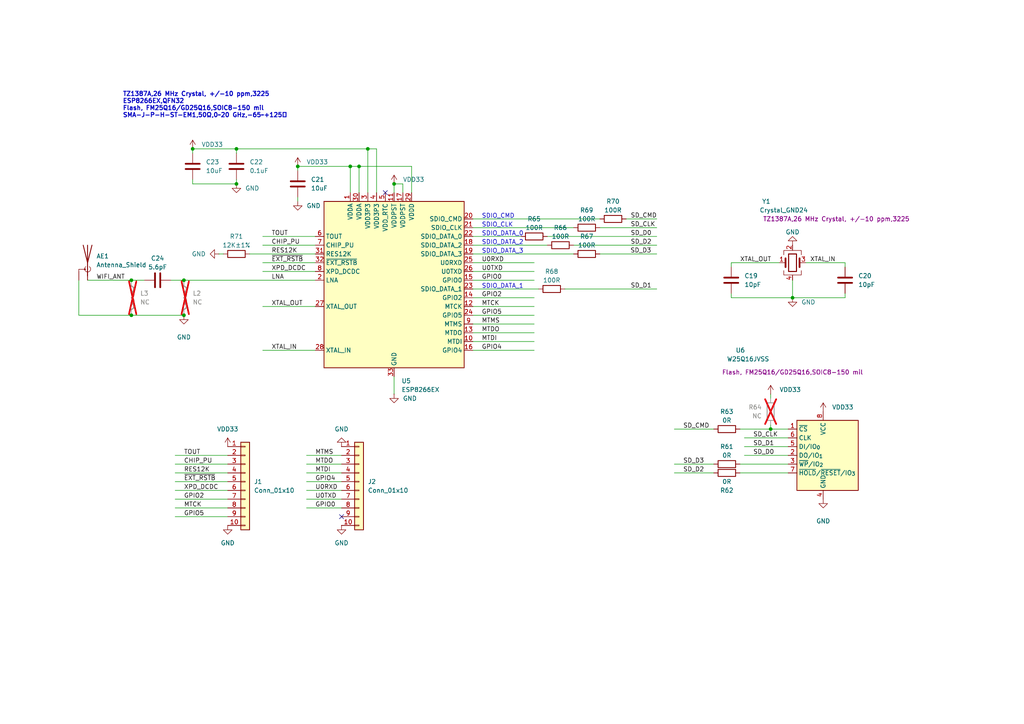
<source format=kicad_sch>
(kicad_sch (version 20250114) (generator "eeschema") (generator_version "9.0")
  (paper "A4")
  (lib_symbols
    (symbol "Connector_Generic:Conn_01x10" (pin_names (offset 1.016) (hide yes))
      (property "Reference" "J" (at 0 12.7 0))
      (property "Value" "Conn_01x10" (at 0 -15.24 0))
      (symbol "Conn_01x10_1_1"
        (rectangle (start -1.27 11.43) (end 1.27 -13.97) (stroke (width 0.254)) (fill (type background)))
        (rectangle (start -1.27 10.287) (end 0 10.033) (stroke (width 0.1524)))
        (rectangle (start -1.27 7.747) (end 0 7.493) (stroke (width 0.1524)))
        (rectangle (start -1.27 5.207) (end 0 4.953) (stroke (width 0.1524)))
        (rectangle (start -1.27 2.667) (end 0 2.413) (stroke (width 0.1524)))
        (rectangle (start -1.27 0.127) (end 0 -0.127) (stroke (width 0.1524)))
        (rectangle (start -1.27 -2.413) (end 0 -2.667) (stroke (width 0.1524)))
        (rectangle (start -1.27 -4.953) (end 0 -5.207) (stroke (width 0.1524)))
        (rectangle (start -1.27 -7.493) (end 0 -7.747) (stroke (width 0.1524)))
        (rectangle (start -1.27 -10.033) (end 0 -10.287) (stroke (width 0.1524)))
        (rectangle (start -1.27 -12.573) (end 0 -12.827) (stroke (width 0.1524)))
        (pin passive line (at -5.08 10.16 0) (length 3.81) (name "Pin_1") (number "1"))
        (pin passive line (at -5.08 7.62 0) (length 3.81) (name "Pin_2") (number "2"))
        (pin passive line (at -5.08 5.08 0) (length 3.81) (name "Pin_3") (number "3"))
        (pin passive line (at -5.08 2.54 0) (length 3.81) (name "Pin_4") (number "4"))
        (pin passive line (at -5.08 0 0) (length 3.81) (name "Pin_5") (number "5"))
        (pin passive line (at -5.08 -2.54 0) (length 3.81) (name "Pin_6") (number "6"))
        (pin passive line (at -5.08 -5.08 0) (length 3.81) (name "Pin_7") (number "7"))
        (pin passive line (at -5.08 -7.62 0) (length 3.81) (name "Pin_8") (number "8"))
        (pin passive line (at -5.08 -10.16 0) (length 3.81) (name "Pin_9") (number "9"))
        (pin passive line (at -5.08 -12.7 0) (length 3.81) (name "Pin_10") (number "10"))
      )
    )
    (symbol "Device:Antenna_Shield" (pin_numbers (hide yes)) (pin_names (offset 1.016) (hide yes))
      (property "Reference" "AE" (at -1.905 4.445 0))
      (property "Value" "Antenna_Shield" (at -1.905 2.54 0))
      (symbol "Antenna_Shield_0_1"
        (arc (start 0 -2.667) (mid -0.8485 -2.1032) (end -0.508 -1.143))
        (polyline (pts (xy 0 5.08) (xy 0 -3.81)) (stroke (width 0.254)))
        (polyline (pts (xy 0 -2.54) (xy 0 0)))
        (arc (start 0.508 -1.143) (mid 0.8046 -2.0885) (end 0 -2.667))
        (polyline (pts (xy 0.762 -1.905) (xy 2.54 -1.905)))
        (circle (center 0.762 -1.905) (radius 0.1778) (fill (type outline)))
        (polyline (pts (xy 1.27 5.08) (xy 0 0) (xy -1.27 5.08)) (stroke (width 0.254)))
        (polyline (pts (xy 2.54 -2.54) (xy 2.54 -1.905)))
      )
      (symbol "Antenna_Shield_1_1"
        (pin input line (at 0 -5.08 90) (length 2.54) (name "A") (number "1"))
        (pin input line (at 2.54 -5.08 90) (length 2.54) (name "Shield") (number "2"))
      )
    )
    (symbol "Device:Crystal_GND24" (pin_names (offset 1.016) (hide yes))
      (property "Reference" "Y" (at 3.175 5.08 0))
      (property "Value" "Crystal_GND24" (at 3.175 3.175 0))
      (symbol "Crystal_GND24_0_1"
        (polyline (pts (xy -2.54 2.286) (xy -2.54 3.556) (xy 2.54 3.556) (xy 2.54 2.286)))
        (polyline (pts (xy -2.54 0) (xy -2.032 0)))
        (polyline (pts (xy -2.54 -2.286) (xy -2.54 -3.556) (xy 2.54 -3.556) (xy 2.54 -2.286)))
        (polyline (pts (xy -2.032 -1.27) (xy -2.032 1.27)) (stroke (width 0.508)))
        (rectangle (start -1.143 2.54) (end 1.143 -2.54) (stroke (width 0.3048)))
        (polyline (pts (xy 0 3.556) (xy 0 3.81)))
        (polyline (pts (xy 0 -3.81) (xy 0 -3.556)))
        (polyline (pts (xy 2.032 0) (xy 2.54 0)))
        (polyline (pts (xy 2.032 -1.27) (xy 2.032 1.27)) (stroke (width 0.508)))
      )
      (symbol "Crystal_GND24_1_1"
        (pin passive line (at -3.81 0 0) (length 1.27) (name "1") (number "1"))
        (pin passive line (at 0 5.08 270) (length 1.27) (name "2") (number "2"))
        (pin passive line (at 0 -5.08 90) (length 1.27) (name "4") (number "4"))
        (pin passive line (at 3.81 0 180) (length 1.27) (name "3") (number "3"))
      )
    )
    (symbol "MCU_Espressif:ESP8266EX"
      (property "Reference" "U" (at 0 2.54 0))
      (property "Value" "ESP8266EX" (at 0 -2.54 0))
      (symbol "ESP8266EX_0_1"
        (rectangle (start -20.32 22.86) (end 20.32 -25.4) (stroke (width 0.254)) (fill (type background)))
      )
      (symbol "ESP8266EX_1_1"
        (pin input line (at -22.86 12.7 0) (length 2.54) (name "TOUT") (number "6"))
        (pin input line (at -22.86 10.16 0) (length 2.54) (name "CHIP_PU") (number "7"))
        (pin input line (at -22.86 7.62 0) (length 2.54) (name "RES12K") (number "31"))
        (pin input line (at -22.86 5.08 0) (length 2.54) (name "~{EXT_RSTB}") (number "32"))
        (pin bidirectional line (at -22.86 2.54 0) (length 2.54) (name "XPD_DCDC") (number "8"))
        (pin bidirectional line (at -22.86 0 0) (length 2.54) (name "LNA") (number "2"))
        (pin bidirectional line (at -22.86 -7.62 0) (length 2.54) (name "XTAL_OUT") (number "27"))
        (pin bidirectional line (at -22.86 -20.32 0) (length 2.54) (name "XTAL_IN") (number "28"))
        (pin power_in line (at -12.7 25.4 270) (length 2.54) (name "VDDA") (number "1"))
        (pin power_in line (at -10.16 25.4 270) (length 2.54) (name "VDDA") (number "30"))
        (pin power_in line (at -7.62 25.4 270) (length 2.54) (name "VDD3P3") (number "3"))
        (pin power_in line (at -5.08 25.4 270) (length 2.54) (name "VDD3P3") (number "4"))
        (pin power_in line (at -2.54 25.4 270) (length 2.54) (name "VDD_RTC") (number "5"))
        (pin power_in line (at 0 25.4 270) (length 2.54) (name "VDDPST") (number "11"))
        (pin power_in line (at 0 -27.94 90) (length 2.54) (name "GND") (number "33"))
        (pin power_in line (at 2.54 25.4 270) (length 2.54) (name "VDDPST") (number "17"))
        (pin power_in line (at 5.08 25.4 270) (length 2.54) (name "VDDD") (number "29"))
        (pin bidirectional line (at 22.86 17.78 180) (length 2.54) (name "SDIO_CMD") (number "20"))
        (pin bidirectional line (at 22.86 15.24 180) (length 2.54) (name "SDIO_CLK") (number "21"))
        (pin bidirectional line (at 22.86 12.7 180) (length 2.54) (name "SDIO_DATA_0") (number "22"))
        (pin bidirectional line (at 22.86 10.16 180) (length 2.54) (name "SDIO_DATA_2") (number "18"))
        (pin bidirectional line (at 22.86 7.62 180) (length 2.54) (name "SDIO_DATA_3") (number "19"))
        (pin bidirectional line (at 22.86 5.08 180) (length 2.54) (name "U0RXD") (number "25"))
        (pin bidirectional line (at 22.86 2.54 180) (length 2.54) (name "U0TXD") (number "26"))
        (pin bidirectional line (at 22.86 0 180) (length 2.54) (name "GPIO0") (number "15"))
        (pin bidirectional line (at 22.86 -2.54 180) (length 2.54) (name "SDIO_DATA_1") (number "23"))
        (pin bidirectional line (at 22.86 -5.08 180) (length 2.54) (name "GPIO2") (number "14"))
        (pin bidirectional line (at 22.86 -7.62 180) (length 2.54) (name "MTCK") (number "12"))
        (pin bidirectional line (at 22.86 -10.16 180) (length 2.54) (name "GPIO5") (number "24"))
        (pin bidirectional line (at 22.86 -12.7 180) (length 2.54) (name "MTMS") (number "9"))
        (pin bidirectional line (at 22.86 -15.24 180) (length 2.54) (name "MTDO") (number "13"))
        (pin bidirectional line (at 22.86 -17.78 180) (length 2.54) (name "MTDI") (number "10"))
        (pin bidirectional line (at 22.86 -20.32 180) (length 2.54) (name "GPIO4") (number "16"))
      )
    )
    (symbol "Memory_Flash:W25Q16JVSS"
      (property "Reference" "U" (at -6.35 11.43 0))
      (property "Value" "W25Q16JVSS" (at 7.62 11.43 0))
      (symbol "W25Q16JVSS_0_1"
        (rectangle (start -7.62 10.16) (end 10.16 -10.16) (stroke (width 0.254)) (fill (type background)))
      )
      (symbol "W25Q16JVSS_1_1"
        (pin input line (at -10.16 7.62 0) (length 2.54) (name "~{CS}") (number "1"))
        (pin input line (at -10.16 5.08 0) (length 2.54) (name "CLK") (number "6"))
        (pin bidirectional line (at -10.16 2.54 0) (length 2.54) (name "DI/IO_{0}") (number "5"))
        (pin bidirectional line (at -10.16 0 0) (length 2.54) (name "DO/IO_{1}") (number "2"))
        (pin bidirectional line (at -10.16 -2.54 0) (length 2.54) (name "~{WP}/IO_{2}") (number "3"))
        (pin bidirectional line (at -10.16 -5.08 0) (length 2.54) (name "~{HOLD}/~{RESET}/IO_{3}") (number "7"))
        (pin power_in line (at 0 12.7 270) (length 2.54) (name "VCC") (number "8"))
        (pin power_in line (at 0 -12.7 90) (length 2.54) (name "GND") (number "4"))
      )
    )
    (symbol "PCM_Capacitor_AKL:C_1206" (pin_numbers (hide yes)) (pin_names (offset 0.254))
      (property "Reference" "C" (at 0.635 2.54 0))
      (property "Value" "C_1206" (at 0.635 -2.54 0))
      (symbol "C_1206_0_1"
        (polyline (pts (xy -2.032 0.762) (xy 2.032 0.762)) (stroke (width 0.508)))
        (polyline (pts (xy -2.032 -0.762) (xy 2.032 -0.762)) (stroke (width 0.508)))
      )
      (symbol "C_1206_0_2"
        (polyline (pts (xy -2.54 -2.54) (xy -0.381 -0.381)))
        (polyline (pts (xy -0.508 -0.508) (xy -1.651 0.635)) (stroke (width 0.508)))
        (polyline (pts (xy -0.508 -0.508) (xy 0.635 -1.651)) (stroke (width 0.508)))
        (polyline (pts (xy 0.381 0.381) (xy 2.54 2.54)))
        (polyline (pts (xy 0.508 0.508) (xy -0.635 1.651)) (stroke (width 0.508)))
        (polyline (pts (xy 0.508 0.508) (xy 1.651 -0.635)) (stroke (width 0.508)))
      )
      (symbol "C_1206_1_1"
        (pin passive line (at 0 3.81 270) (length 2.794) (name "~") (number "1"))
        (pin passive line (at 0 -3.81 90) (length 2.794) (name "~") (number "2"))
      )
      (symbol "C_1206_1_2"
        (pin passive line (at -2.54 -2.54 90) (length 0) (name "~") (number "2"))
        (pin passive line (at 2.54 2.54 270) (length 0) (name "~") (number "1"))
      )
    )
    (symbol "PCM_Elektuur:L" (pin_numbers (hide yes)) (pin_names (offset 0) (hide yes))
      (property "Reference" "L" (at 2.54 3.175 0))
      (property "Value" "L" (at 2.54 -3.175 0))
      (symbol "L_1_0"
        (arc (start 0 3.302) (mid 0.6604 2.5146) (end 0 1.7272) (stroke (width 0.254)))
        (arc (start 0 1.6256) (mid 0.6604 0.8382) (end 0 0.0508) (stroke (width 0.254)))
        (arc (start 0 -0.0508) (mid 0.6604 -0.8382) (end 0 -1.6256) (stroke (width 0.254)))
        (arc (start 0 -1.7272) (mid 0.6604 -2.5146) (end 0 -3.302) (stroke (width 0.254)))
        (arc (start 0 3.4036) (mid 0.762 2.5146) (end 0 1.6256) (stroke (width 0.254)))
        (arc (start 0 1.7272) (mid 0.762 0.8382) (end 0 -0.0508) (stroke (width 0.254)))
        (arc (start 0 0.0508) (mid 0.762 -0.8382) (end 0 -1.7272) (stroke (width 0.254)))
        (arc (start 0 -1.6256) (mid 0.762 -2.5146) (end 0 -3.4036) (stroke (width 0.254)))
        (polyline (pts (xy 0 3.5052) (xy 0 3.302)) (stroke (width 0.254)))
        (polyline (pts (xy 0 1.7272) (xy 0 1.6256)) (stroke (width 0.254)))
        (polyline (pts (xy 0 0.0508) (xy 0 -0.0508)) (stroke (width 0.254)))
        (polyline (pts (xy 0 -1.6256) (xy 0 -1.7272)) (stroke (width 0.254)))
        (polyline (pts (xy 0 -3.302) (xy 0 -3.5052)) (stroke (width 0.254)))
        (pin passive line (at 0 5.08 270) (length 1.5748) (name "+") (number "1"))
        (pin passive line (at 0 -5.08 90) (length 1.5748) (name "-") (number "2"))
      )
      (symbol "L_1_2"
        (rectangle (start 1.524 3.3782) (end 1.9812 -3.3782) (stroke (width 0.254)) (fill (type outline)))
      )
      (symbol "L_1_3"
        (rectangle (start 1.524 3.0988) (end 1.9812 1.9304) (stroke (width 0.254)) (fill (type outline)))
        (rectangle (start 1.524 1.4224) (end 1.9812 0.254) (stroke (width 0.254)) (fill (type outline)))
        (rectangle (start 1.524 -0.254) (end 1.9812 -1.4224) (stroke (width 0.254)) (fill (type outline)))
        (rectangle (start 1.524 -1.9304) (end 1.9812 -3.0988) (stroke (width 0.254)) (fill (type outline)))
      )
    )
    (symbol "PCM_Resistor_AKL:R_1206" (pin_numbers (hide yes)) (pin_names (offset 0))
      (property "Reference" "R" (at 2.54 1.27 0))
      (property "Value" "R_1206" (at 2.54 -1.27 0))
      (symbol "R_1206_0_1"
        (rectangle (start -1.016 2.54) (end 1.016 -2.54) (stroke (width 0.254)))
      )
      (symbol "R_1206_0_2"
        (polyline (pts (xy -2.54 -2.54) (xy -1.524 -1.524)))
        (polyline (pts (xy 1.524 1.524) (xy 2.54 2.54)))
        (polyline (pts (xy 1.524 1.524) (xy 0.889 2.159) (xy -2.159 -0.889) (xy -0.889 -2.159) (xy 2.159 0.889) (xy 1.524 1.524)) (stroke (width 0.254)))
      )
      (symbol "R_1206_1_1"
        (pin passive line (at 0 3.81 270) (length 1.27) (name "~") (number "1"))
        (pin passive line (at 0 -3.81 90) (length 1.27) (name "~") (number "2"))
      )
      (symbol "R_1206_1_2"
        (pin passive line (at -2.54 -2.54 0) (length 0) (name "") (number "2"))
        (pin passive line (at 2.54 2.54 180) (length 0) (name "") (number "1"))
      )
    )
    (symbol "power:+5V" (power) (pin_numbers (hide yes)) (pin_names (offset 0) (hide yes))
      (property "Value" "+5V" (at 0 3.556 0))
      (symbol "+5V_0_1"
        (polyline (pts (xy -0.762 1.27) (xy 0 2.54)))
        (polyline (pts (xy 0 2.54) (xy 0.762 1.27)))
        (polyline (pts (xy 0 0) (xy 0 2.54)))
      )
      (symbol "+5V_1_1"
        (pin power_in line (at 0 0 90) (length 0) (name "~") (number "1"))
      )
    )
    (symbol "power:GND" (power) (pin_numbers (hide yes)) (pin_names (offset 0) (hide yes))
      (property "Value" "GND" (at 0 -3.81 0))
      (symbol "GND_0_1"
        (polyline (pts (xy 0 0) (xy 0 -1.27) (xy 1.27 -1.27) (xy 0 -2.54) (xy -1.27 -1.27) (xy 0 -1.27)))
      )
      (symbol "GND_1_1"
        (pin power_in line (at 0 0 270) (length 0) (name "~") (number "1"))
      )
    )
  )
  (text "SDIO_DATA_2" (at 139.7 71.12 0) (effects (font (size 1.27 1.27)) (justify left bottom)))
  (text "SDIO_CLK" (at 139.7 66.04 0) (effects (font (size 1.27 1.27)) (justify left bottom)))
  (text "SDIO_CMD" (at 139.7 63.5 0) (effects (font (size 1.27 1.27)) (justify left bottom)))
  (text "SDIO_DATA_1" (at 139.7 83.82 0) (effects (font (size 1.27 1.27)) (justify left bottom)))
  (text "SDIO_DATA_0" (at 139.7 68.58 0) (effects (font (size 1.27 1.27)) (justify left bottom)))
  (text "TZ1387A,26 MHz Crystal, +/-10 ppm,3225\nESP8266EX,QFN32\nFlash, FM25Q16/GD25Q16,SOIC8-150 mil\nSMA-J-P-H-ST-EM1,50Ω,0~20 GHz,-65~+125℃\n" (at 35.56 30.48 0) (effects (font (size 1.27 1.27) (thickness 0.254) (bold yes)) (justify left)))
  (text "SDIO_DATA_3" (at 139.7 73.66 0) (effects (font (size 1.27 1.27)) (justify left bottom)))
  (junction (at 223.52 124.46))
  (junction (at 86.36 48.26))
  (junction (at 53.34 91.44))
  (junction (at 55.88 43.18))
  (junction (at 101.6 48.26))
  (junction (at 229.87 86.36))
  (junction (at 104.14 48.26))
  (junction (at 38.1 91.44))
  (junction (at 106.68 43.18))
  (junction (at 38.1 81.28))
  (junction (at 53.34 81.28))
  (junction (at 68.58 43.18))
  (junction (at 114.3 53.34))
  (junction (at 68.58 53.34))
  (no_connect (at 99.06 149.86))
  (no_connect (at 111.76 55.88))
  (wire (pts (xy 137.16 73.66) (xy 166.37 73.66)))
  (wire (pts (xy 137.16 68.58) (xy 151.13 68.58)))
  (wire (pts (xy 212.09 76.2) (xy 212.09 77.47)))
  (wire (pts (xy 137.16 66.04) (xy 166.37 66.04)))
  (wire (pts (xy 223.52 114.3) (xy 223.52 115.57)))
  (wire (pts (xy 154.94 93.98) (xy 137.16 93.98)))
  (wire (pts (xy 88.9 134.62) (xy 99.06 134.62)))
  (wire (pts (xy 109.22 43.18) (xy 106.68 43.18)))
  (wire (pts (xy 76.2 101.6) (xy 91.44 101.6)))
  (wire (pts (xy 116.84 55.88) (xy 116.84 53.34)))
  (wire (pts (xy 181.61 63.5) (xy 190.5 63.5)))
  (wire (pts (xy 101.6 48.26) (xy 86.36 48.26)))
  (wire (pts (xy 154.94 88.9) (xy 137.16 88.9)))
  (wire (pts (xy 63.5 73.66) (xy 64.77 73.66)))
  (wire (pts (xy 154.94 96.52) (xy 137.16 96.52)))
  (wire (pts (xy 22.86 81.28) (xy 22.86 91.44)))
  (wire (pts (xy 50.8 147.32) (xy 66.04 147.32)))
  (wire (pts (xy 104.14 48.26) (xy 101.6 48.26)))
  (wire (pts (xy 195.58 124.46) (xy 207.01 124.46)))
  (wire (pts (xy 76.2 76.2) (xy 91.44 76.2)))
  (wire (pts (xy 22.86 91.44) (xy 38.1 91.44)))
  (wire (pts (xy 88.9 142.24) (xy 99.06 142.24)))
  (wire (pts (xy 25.4 81.28) (xy 38.1 81.28)))
  (wire (pts (xy 154.94 81.28) (xy 137.16 81.28)))
  (wire (pts (xy 245.11 76.2) (xy 245.11 77.47)))
  (wire (pts (xy 154.94 78.74) (xy 137.16 78.74)))
  (wire (pts (xy 76.2 71.12) (xy 91.44 71.12)))
  (wire (pts (xy 88.9 139.7) (xy 99.06 139.7)))
  (wire (pts (xy 137.16 63.5) (xy 173.99 63.5)))
  (wire (pts (xy 88.9 147.32) (xy 99.06 147.32)))
  (wire (pts (xy 76.2 88.9) (xy 91.44 88.9)))
  (wire (pts (xy 50.8 139.7) (xy 66.04 139.7)))
  (wire (pts (xy 229.87 86.36) (xy 212.09 86.36)))
  (wire (pts (xy 245.11 85.09) (xy 245.11 86.36)))
  (wire (pts (xy 173.99 73.66) (xy 190.5 73.66)))
  (wire (pts (xy 137.16 71.12) (xy 158.75 71.12)))
  (wire (pts (xy 154.94 101.6) (xy 137.16 101.6)))
  (wire (pts (xy 101.6 48.26) (xy 101.6 55.88)))
  (wire (pts (xy 88.9 132.08) (xy 99.06 132.08)))
  (wire (pts (xy 245.11 86.36) (xy 229.87 86.36)))
  (wire (pts (xy 137.16 83.82) (xy 156.21 83.82)))
  (wire (pts (xy 158.75 68.58) (xy 190.5 68.58)))
  (wire (pts (xy 195.58 137.16) (xy 207.01 137.16)))
  (wire (pts (xy 166.37 71.12) (xy 190.5 71.12)))
  (wire (pts (xy 55.88 53.34) (xy 68.58 53.34)))
  (wire (pts (xy 50.8 132.08) (xy 66.04 132.08)))
  (wire (pts (xy 223.52 124.46) (xy 228.6 124.46)))
  (wire (pts (xy 154.94 86.36) (xy 137.16 86.36)))
  (wire (pts (xy 88.9 144.78) (xy 99.06 144.78)))
  (wire (pts (xy 114.3 114.3) (xy 114.3 109.22)))
  (wire (pts (xy 72.39 73.66) (xy 91.44 73.66)))
  (wire (pts (xy 214.63 137.16) (xy 228.6 137.16)))
  (wire (pts (xy 68.58 43.18) (xy 106.68 43.18)))
  (wire (pts (xy 55.88 43.18) (xy 68.58 43.18)))
  (wire (pts (xy 154.94 91.44) (xy 137.16 91.44)))
  (wire (pts (xy 68.58 43.18) (xy 68.58 44.45)))
  (wire (pts (xy 119.38 48.26) (xy 104.14 48.26)))
  (wire (pts (xy 38.1 91.44) (xy 53.34 91.44)))
  (wire (pts (xy 119.38 55.88) (xy 119.38 48.26)))
  (wire (pts (xy 214.63 124.46) (xy 223.52 124.46)))
  (wire (pts (xy 50.8 142.24) (xy 66.04 142.24)))
  (wire (pts (xy 55.88 43.18) (xy 55.88 44.45)))
  (wire (pts (xy 109.22 55.88) (xy 109.22 43.18)))
  (wire (pts (xy 38.1 81.28) (xy 41.91 81.28)))
  (wire (pts (xy 50.8 149.86) (xy 66.04 149.86)))
  (wire (pts (xy 195.58 134.62) (xy 207.01 134.62)))
  (wire (pts (xy 223.52 123.19) (xy 223.52 124.46)))
  (wire (pts (xy 76.2 78.74) (xy 91.44 78.74)))
  (wire (pts (xy 154.94 99.06) (xy 137.16 99.06)))
  (wire (pts (xy 215.9 127) (xy 228.6 127)))
  (wire (pts (xy 229.87 86.36) (xy 229.87 81.28)))
  (wire (pts (xy 86.36 48.26) (xy 86.36 49.53)))
  (wire (pts (xy 50.8 134.62) (xy 66.04 134.62)))
  (wire (pts (xy 163.83 83.82) (xy 190.5 83.82)))
  (wire (pts (xy 214.63 134.62) (xy 228.6 134.62)))
  (wire (pts (xy 173.99 66.04) (xy 190.5 66.04)))
  (wire (pts (xy 104.14 55.88) (xy 104.14 48.26)))
  (wire (pts (xy 53.34 81.28) (xy 91.44 81.28)))
  (wire (pts (xy 116.84 53.34) (xy 114.3 53.34)))
  (wire (pts (xy 50.8 137.16) (xy 66.04 137.16)))
  (wire (pts (xy 55.88 52.07) (xy 55.88 53.34)))
  (wire (pts (xy 106.68 55.88) (xy 106.68 43.18)))
  (wire (pts (xy 215.9 129.54) (xy 228.6 129.54)))
  (wire (pts (xy 154.94 76.2) (xy 137.16 76.2)))
  (wire (pts (xy 86.36 57.15) (xy 86.36 58.42)))
  (wire (pts (xy 76.2 68.58) (xy 91.44 68.58)))
  (wire (pts (xy 233.68 76.2) (xy 245.11 76.2)))
  (wire (pts (xy 49.53 81.28) (xy 53.34 81.28)))
  (wire (pts (xy 88.9 137.16) (xy 99.06 137.16)))
  (wire (pts (xy 215.9 132.08) (xy 228.6 132.08)))
  (wire (pts (xy 212.09 85.09) (xy 212.09 86.36)))
  (wire (pts (xy 114.3 53.34) (xy 114.3 55.88)))
  (wire (pts (xy 50.8 144.78) (xy 66.04 144.78)))
  (wire (pts (xy 212.09 76.2) (xy 226.06 76.2)))
  (wire (pts (xy 68.58 52.07) (xy 68.58 53.34)))
  (label "SD_D0" (at 182.88 68.58 0))
  (label "MTMS" (at 139.7 93.98 0))
  (label "GPIO0" (at 139.7 81.28 0))
  (label "U0TXD" (at 91.44 144.78 0))
  (label "MTDI" (at 139.7 99.06 0))
  (label "SD_CLK" (at 182.88 66.04 0))
  (label "GPIO5" (at 53.34 149.86 0))
  (label "GPIO5" (at 139.7 91.44 0))
  (label "U0RXD" (at 139.7 76.2 0))
  (label "RES12K" (at 53.34 137.16 0))
  (label "GPIO0" (at 91.44 147.32 0))
  (label "MTMS" (at 91.44 132.08 0))
  (label "MTCK" (at 139.7 88.9 0))
  (label "SD_D0" (at 218.44 132.08 0))
  (label "SD_D3" (at 198.12 134.62 0))
  (label "SD_CMD" (at 182.88 63.5 0))
  (label "CHIP_PU" (at 53.34 134.62 0))
  (label "MTDO" (at 139.7 96.52 0))
  (label "GPIO2" (at 53.34 144.78 0))
  (label "~{EXT_RSTB}" (at 53.34 139.7 0))
  (label "SD_D2" (at 182.88 71.12 0))
  (label "RES12K" (at 78.74 73.66 0))
  (label "SD_D1" (at 218.44 129.54 0))
  (label "GPIO4" (at 139.7 101.6 0))
  (label "SD_D2" (at 198.12 137.16 0))
  (label "XPD_DCDC" (at 78.74 78.74 0))
  (label "SD_D1" (at 182.88 83.82 0))
  (label "XTAL_OUT" (at 214.63 76.2 0))
  (label "MTCK" (at 53.34 147.32 0))
  (label "~{EXT_RSTB}" (at 78.74 76.2 0))
  (label "XPD_DCDC" (at 53.34 142.24 0))
  (label "SD_D3" (at 182.8121 73.66 0))
  (label "GPIO2" (at 139.7 86.36 0))
  (label "U0RXD" (at 91.44 142.24 0))
  (label "WIFI_ANT" (at 27.94 81.28 0))
  (label "TOUT" (at 78.74 68.58 0))
  (label "GPIO4" (at 91.44 139.7 0))
  (label "MTDO" (at 91.44 134.62 0))
  (label "MTDI" (at 91.44 137.16 0))
  (label "CHIP_PU" (at 78.74 71.12 0))
  (label "U0TXD" (at 139.7 78.74 0))
  (label "XTAL_OUT" (at 78.74 88.9 0))
  (label "SD_CLK" (at 218.44 127 0))
  (label "XTAL_IN" (at 234.95 76.2 0))
  (label "LNA" (at 78.74 81.28 0))
  (label "TOUT" (at 53.34 132.08 0))
  (label "XTAL_IN" (at 78.74 101.6 0))
  (label "SD_CMD" (at 198.12 124.46 0))
  (symbol (lib_id "power:+5V") (at 86.36 48.26 0) (unit 1)
    (property "Reference" "#PWR077" (effects (hide yes)))
    (property "Value" "VDD33" (at 88.9 46.9899 0) (effects (justify left)))
    (property "Description" "Power symbol creates a global label with name \"+5V\"" (effects (hide yes)))
  )
  (symbol (lib_id "PCM_Capacitor_AKL:C_1206") (at 86.36 53.34 0) (unit 1)
    (property "Reference" "C21" (at 90.17 52.0699 0) (effects (justify left)))
    (property "Value" "10uF" (at 90.17 54.6099 0) (effects (justify left)))
    (property "Footprint" "PCM_Capacitor_SMD_AKL:C_1206_3216Metric" (effects (hide yes)))
    (property "Description" "SMD 1206 MLCC capacitor, Alternate KiCad Library" (effects (hide yes)))
  )
  (symbol (lib_id "PCM_Resistor_AKL:R_1206") (at 154.94 68.58 270) (mirror x) (unit 1)
    (property "Reference" "R65" (at 154.94 63.5 90))
    (property "Value" "100R" (at 154.94 66.04 90))
    (property "Footprint" "PCM_Resistor_SMD_AKL:R_1206_3216Metric" (effects (hide yes)))
    (property "Description" "SMD 1206 Chip Resistor, European Symbol, Alternate KiCad Library" (effects (hide yes)))
  )
  (symbol (lib_id "PCM_Resistor_AKL:R_1206") (at 162.56 71.12 270) (mirror x) (unit 1)
    (property "Reference" "R66" (at 162.56 66.04 90))
    (property "Value" "100R" (at 162.56 68.58 90))
    (property "Footprint" "PCM_Resistor_SMD_AKL:R_1206_3216Metric" (effects (hide yes)))
    (property "Description" "SMD 1206 Chip Resistor, European Symbol, Alternate KiCad Library" (effects (hide yes)))
  )
  (symbol (lib_id "PCM_Resistor_AKL:R_1206") (at 170.18 73.66 270) (mirror x) (unit 1)
    (property "Reference" "R67" (at 170.18 68.58 90))
    (property "Value" "100R" (at 170.18 71.12 90))
    (property "Footprint" "PCM_Resistor_SMD_AKL:R_1206_3216Metric" (effects (hide yes)))
    (property "Description" "SMD 1206 Chip Resistor, European Symbol, Alternate KiCad Library" (effects (hide yes)))
  )
  (symbol (lib_id "Device:Antenna_Shield") (at 25.4 76.2 0) (mirror y) (unit 1)
    (property "Reference" "AE1" (at 27.94 74.2949 0) (effects (justify right)))
    (property "Value" "Antenna_Shield" (at 27.94 76.8349 0) (effects (justify right)))
    (property "Description" "Antenna with extra pin for shielding" (effects (hide yes)))
  )
  (symbol (lib_id "MCU_Espressif:ESP8266EX") (at 114.3 81.28 0) (unit 1)
    (property "Reference" "U5" (at 116.4433 110.49 0) (effects (justify left)))
    (property "Value" "ESP8266EX" (at 116.4433 113.03 0) (effects (justify left)))
    (property "Footprint" "Package_DFN_QFN:QFN-32-1EP_5x5mm_P0.5mm_EP3.45x3.45mm" (effects (hide yes)))
    (property "Datasheet" "http://espressif.com/sites/default/files/documentation/0a-esp8266ex_datasheet_en.pdf" (effects (hide yes)))
    (property "Description" "Highly integrated Wi-Fi SoC, QFN-32" (effects (hide yes)))
  )
  (symbol (lib_id "power:GND") (at 238.76 144.78 0) (unit 1)
    (property "Reference" "#PWR070" (effects (hide yes)))
    (property "Value" "GND" (at 238.76 151.13 0))
    (property "Description" "Power symbol creates a global label with name \"GND\" , ground" (effects (hide yes)))
  )
  (symbol (lib_id "power:+5V") (at 66.04 129.54 0) (unit 1)
    (property "Reference" "#PWR080" (effects (hide yes)))
    (property "Value" "VDD33" (at 66.04 124.46 0))
    (property "Description" "Power symbol creates a global label with name \"+5V\"" (effects (hide yes)))
  )
  (symbol (lib_id "power:GND") (at 63.5 73.66 270) (unit 1)
    (property "Reference" "#PWR073" (effects (hide yes)))
    (property "Value" "GND" (at 59.69 73.6599 90) (effects (justify right)))
    (property "Description" "Power symbol creates a global label with name \"GND\" , ground" (effects (hide yes)))
  )
  (symbol (lib_id "Connector_Generic:Conn_01x10") (at 104.14 139.7 0) (unit 1)
    (property "Reference" "J2" (at 106.68 139.6999 0) (effects (justify left)))
    (property "Value" "Conn_01x10" (at 106.68 142.2399 0) (effects (justify left)))
    (property "Description" "Generic connector, single row, 01x10, script generated (kicad-library-utils/schlib/autogen/connector/)" (effects (hide yes)))
  )
  (symbol (lib_id "power:+5V") (at 55.88 43.18 0) (unit 1)
    (property "Reference" "#PWR076" (effects (hide yes)))
    (property "Value" "VDD33" (at 58.42 41.9099 0) (effects (justify left)))
    (property "Description" "Power symbol creates a global label with name \"+5V\"" (effects (hide yes)))
  )
  (symbol (lib_id "PCM_Capacitor_AKL:C_1206") (at 212.09 81.28 0) (unit 1)
    (property "Reference" "C19" (at 215.9 80.0099 0) (effects (justify left)))
    (property "Value" "10pF" (at 215.9 82.5499 0) (effects (justify left)))
    (property "Footprint" "PCM_Capacitor_SMD_AKL:C_1206_3216Metric" (effects (hide yes)))
    (property "Description" "SMD 1206 MLCC capacitor, Alternate KiCad Library" (effects (hide yes)))
  )
  (symbol (lib_id "Connector_Generic:Conn_01x10") (at 71.12 139.7 0) (unit 1)
    (property "Reference" "J1" (at 73.66 139.6999 0) (effects (justify left)))
    (property "Value" "Conn_01x10" (at 73.66 142.2399 0) (effects (justify left)))
    (property "Description" "Generic connector, single row, 01x10, script generated (kicad-library-utils/schlib/autogen/connector/)" (effects (hide yes)))
  )
  (symbol (lib_id "power:GND") (at 99.06 129.54 180) (unit 1)
    (property "Reference" "#PWR082" (effects (hide yes)))
    (property "Value" "GND" (at 99.06 124.46 0))
    (property "Description" "Power symbol creates a global label with name \"GND\" , ground" (effects (hide yes)))
  )
  (symbol (lib_id "PCM_Capacitor_AKL:C_1206") (at 55.88 48.26 0) (unit 1)
    (property "Reference" "C23" (at 59.69 46.9899 0) (effects (justify left)))
    (property "Value" "10uF" (at 59.69 49.5299 0) (effects (justify left)))
    (property "Footprint" "PCM_Capacitor_SMD_AKL:C_1206_3216Metric" (effects (hide yes)))
    (property "Description" "SMD 1206 MLCC capacitor, Alternate KiCad Library" (effects (hide yes)))
  )
  (symbol (lib_id "PCM_Resistor_AKL:R_1206") (at 223.52 119.38 0) (mirror x) (unit 1) (dnp yes)
    (property "Reference" "R64" (at 220.98 118.1099 0) (effects (justify right)))
    (property "Value" "NC" (at 220.98 120.6499 0) (effects (justify right)))
    (property "Footprint" "PCM_Resistor_SMD_AKL:R_1206_3216Metric" (effects (hide yes)))
    (property "Description" "SMD 1206 Chip Resistor, European Symbol, Alternate KiCad Library" (effects (hide yes)))
  )
  (symbol (lib_id "power:GND") (at 86.36 58.42 0) (unit 1)
    (property "Reference" "#PWR075" (effects (hide yes)))
    (property "Value" "GND" (at 88.9 59.6899 0) (effects (justify left)))
    (property "Description" "Power symbol creates a global label with name \"GND\" , ground" (effects (hide yes)))
  )
  (symbol (lib_id "PCM_Resistor_AKL:R_1206") (at 177.8 63.5 270) (mirror x) (unit 1)
    (property "Reference" "R70" (at 177.8 58.42 90))
    (property "Value" "100R" (at 177.8 60.96 90))
    (property "Footprint" "PCM_Resistor_SMD_AKL:R_1206_3216Metric" (effects (hide yes)))
    (property "Description" "SMD 1206 Chip Resistor, European Symbol, Alternate KiCad Library" (effects (hide yes)))
  )
  (symbol (lib_id "Device:Crystal_GND24") (at 229.87 76.2 0) (unit 1)
    (property "Reference" "Y1" (at 222.25 58.42 0))
    (property "Value" "Crystal_GND24" (at 227.33 60.96 0))
    (property "Description" "Four pin crystal, GND on pins 2 and 4" (effects (hide yes)))
    (property "MS" "TZ1387A,26 MHz Crystal, +/-10 ppm,3225" (at 242.57 63.5 0))
  )
  (symbol (lib_id "PCM_Resistor_AKL:R_1206") (at 68.58 73.66 270) (mirror x) (unit 1)
    (property "Reference" "R71" (at 68.58 68.58 90))
    (property "Value" "12K±1%" (at 68.58 71.12 90))
    (property "Footprint" "PCM_Resistor_SMD_AKL:R_1206_3216Metric" (effects (hide yes)))
    (property "Description" "SMD 1206 Chip Resistor, European Symbol, Alternate KiCad Library" (effects (hide yes)))
  )
  (symbol (lib_id "power:GND") (at 229.87 71.12 180) (unit 1)
    (property "Reference" "#PWR068" (effects (hide yes)))
    (property "Value" "GND" (at 229.87 67.31 0))
    (property "Description" "Power symbol creates a global label with name \"GND\" , ground" (effects (hide yes)))
  )
  (symbol (lib_id "power:GND") (at 66.04 152.4 0) (unit 1)
    (property "Reference" "#PWR081" (effects (hide yes)))
    (property "Value" "GND" (at 66.04 157.48 0))
    (property "Description" "Power symbol creates a global label with name \"GND\" , ground" (effects (hide yes)))
  )
  (symbol (lib_id "power:GND") (at 53.34 91.44 0) (unit 1)
    (property "Reference" "#PWR079" (effects (hide yes)))
    (property "Value" "GND" (at 53.34 97.79 0))
    (property "Description" "Power symbol creates a global label with name \"GND\" , ground" (effects (hide yes)))
  )
  (symbol (lib_id "Memory_Flash:W25Q16JVSS") (at 238.76 132.08 0) (unit 1)
    (property "Reference" "U6" (at 213.36 101.6 0) (effects (justify left)))
    (property "Value" "W25Q16JVSS" (at 210.82 104.14 0) (effects (justify left)))
    (property "Footprint" "Package_SO:SOIC-8_5.3x5.3mm_P1.27mm" (effects (hide yes)))
    (property "Datasheet" "https://www.winbond.com/hq/support/documentation/levelOne.jsp?__locale=en&DocNo=DA00-W25Q16JV.1" (effects (hide yes)))
    (property "Description" "16Mbit / 2MiB Serial Flash Memory, Standard/Dual/Quad SPI, 2.7-3.6V, SOIC-8 (208 mil)" (effects (hide yes)))
    (property "MS" "Flash, FM25Q16/GD25Q16,SOIC8-150 mil" (at 229.87 107.9501 0))
  )
  (symbol (lib_id "power:GND") (at 114.3 114.3 0) (unit 1)
    (property "Reference" "#PWR069" (effects (hide yes)))
    (property "Value" "GND" (at 116.84 115.5699 0) (effects (justify left)))
    (property "Description" "Power symbol creates a global label with name \"GND\" , ground" (effects (hide yes)))
  )
  (symbol (lib_id "PCM_Resistor_AKL:R_1206") (at 160.02 83.82 270) (mirror x) (unit 1)
    (property "Reference" "R68" (at 160.02 78.74 90))
    (property "Value" "100R" (at 160.02 81.28 90))
    (property "Footprint" "PCM_Resistor_SMD_AKL:R_1206_3216Metric" (effects (hide yes)))
    (property "Description" "SMD 1206 Chip Resistor, European Symbol, Alternate KiCad Library" (effects (hide yes)))
  )
  (symbol (lib_id "power:+5V") (at 223.52 114.3 0) (unit 1)
    (property "Reference" "#PWR072" (effects (hide yes)))
    (property "Value" "VDD33" (at 226.06 113.0299 0) (effects (justify left)))
    (property "Description" "Power symbol creates a global label with name \"+5V\"" (effects (hide yes)))
  )
  (symbol (lib_id "power:GND") (at 99.06 152.4 0) (unit 1)
    (property "Reference" "#PWR083" (effects (hide yes)))
    (property "Value" "GND" (at 99.06 157.48 0))
    (property "Description" "Power symbol creates a global label with name \"GND\" , ground" (effects (hide yes)))
  )
  (symbol (lib_id "PCM_Capacitor_AKL:C_1206") (at 68.58 48.26 0) (unit 1)
    (property "Reference" "C22" (at 72.39 46.9899 0) (effects (justify left)))
    (property "Value" "0.1uF" (at 72.39 49.5299 0) (effects (justify left)))
    (property "Footprint" "PCM_Capacitor_SMD_AKL:C_1206_3216Metric" (effects (hide yes)))
    (property "Description" "SMD 1206 MLCC capacitor, Alternate KiCad Library" (effects (hide yes)))
  )
  (symbol (lib_id "PCM_Elektuur:L") (at 53.34 86.36 0) (unit 1) (dnp yes)
    (property "Reference" "L2" (at 55.88 85.0899 0) (effects (justify left)))
    (property "Value" "NC" (at 55.88 87.6299 0) (effects (justify left)))
    (property "Description" "coil/winding/inductor/choke/reactor" (effects (hide yes)))
    (property "Indicator" "●" (effects (hide yes)))
    (property "Rating" "A" (effects (hide yes)))
  )
  (symbol (lib_id "PCM_Resistor_AKL:R_1206") (at 210.82 137.16 90) (unit 1)
    (property "Reference" "R62" (at 210.82 142.24 90))
    (property "Value" "0R" (at 210.82 139.7 90))
    (property "Footprint" "PCM_Resistor_SMD_AKL:R_1206_3216Metric" (effects (hide yes)))
    (property "Description" "SMD 1206 Chip Resistor, European Symbol, Alternate KiCad Library" (effects (hide yes)))
  )
  (symbol (lib_id "PCM_Resistor_AKL:R_1206") (at 170.18 66.04 270) (mirror x) (unit 1)
    (property "Reference" "R69" (at 170.18 60.96 90))
    (property "Value" "100R" (at 170.18 63.5 90))
    (property "Footprint" "PCM_Resistor_SMD_AKL:R_1206_3216Metric" (effects (hide yes)))
    (property "Description" "SMD 1206 Chip Resistor, European Symbol, Alternate KiCad Library" (effects (hide yes)))
  )
  (symbol (lib_id "PCM_Resistor_AKL:R_1206") (at 210.82 134.62 90) (mirror x) (unit 1)
    (property "Reference" "R61" (at 210.82 129.54 90))
    (property "Value" "0R" (at 210.82 132.08 90))
    (property "Footprint" "PCM_Resistor_SMD_AKL:R_1206_3216Metric" (effects (hide yes)))
    (property "Description" "SMD 1206 Chip Resistor, European Symbol, Alternate KiCad Library" (effects (hide yes)))
  )
  (symbol (lib_id "PCM_Resistor_AKL:R_1206") (at 210.82 124.46 270) (mirror x) (unit 1)
    (property "Reference" "R63" (at 210.82 119.38 90))
    (property "Value" "0R" (at 210.82 121.92 90))
    (property "Footprint" "PCM_Resistor_SMD_AKL:R_1206_3216Metric" (effects (hide yes)))
    (property "Description" "SMD 1206 Chip Resistor, European Symbol, Alternate KiCad Library" (effects (hide yes)))
  )
  (symbol (lib_id "PCM_Capacitor_AKL:C_1206") (at 45.72 81.28 90) (unit 1)
    (property "Reference" "C24" (at 45.72 74.93 90))
    (property "Value" "5.6pF" (at 45.72 77.47 90))
    (property "Footprint" "PCM_Capacitor_SMD_AKL:C_1206_3216Metric" (effects (hide yes)))
    (property "Description" "SMD 1206 MLCC capacitor, Alternate KiCad Library" (effects (hide yes)))
  )
  (symbol (lib_id "PCM_Capacitor_AKL:C_1206") (at 245.11 81.28 0) (unit 1)
    (property "Reference" "C20" (at 248.92 80.0099 0) (effects (justify left)))
    (property "Value" "10pF" (at 248.92 82.5499 0) (effects (justify left)))
    (property "Footprint" "PCM_Capacitor_SMD_AKL:C_1206_3216Metric" (effects (hide yes)))
    (property "Description" "SMD 1206 MLCC capacitor, Alternate KiCad Library" (effects (hide yes)))
  )
  (symbol (lib_id "power:+5V") (at 114.3 53.34 0) (unit 1)
    (property "Reference" "#PWR078" (effects (hide yes)))
    (property "Value" "VDD33" (at 116.84 52.0699 0) (effects (justify left)))
    (property "Description" "Power symbol creates a global label with name \"+5V\"" (effects (hide yes)))
  )
  (symbol (lib_id "power:GND") (at 68.58 53.34 0) (unit 1)
    (property "Reference" "#PWR074" (effects (hide yes)))
    (property "Value" "GND" (at 71.12 54.6099 0) (effects (justify left)))
    (property "Description" "Power symbol creates a global label with name \"GND\" , ground" (effects (hide yes)))
  )
  (symbol (lib_id "power:GND") (at 229.87 86.36 0) (unit 1)
    (property "Reference" "#PWR067" (effects (hide yes)))
    (property "Value" "GND" (at 232.41 87.6299 0) (effects (justify left)))
    (property "Description" "Power symbol creates a global label with name \"GND\" , ground" (effects (hide yes)))
  )
  (symbol (lib_id "PCM_Elektuur:L") (at 38.1 86.36 0) (unit 1) (dnp yes)
    (property "Reference" "L3" (at 40.64 85.0899 0) (effects (justify left)))
    (property "Value" "NC" (at 40.64 87.6299 0) (effects (justify left)))
    (property "Description" "coil/winding/inductor/choke/reactor" (effects (hide yes)))
    (property "Indicator" "●" (effects (hide yes)))
    (property "Rating" "A" (effects (hide yes)))
  )
  (symbol (lib_id "power:+5V") (at 238.76 119.38 0) (unit 1)
    (property "Reference" "#PWR071" (effects (hide yes)))
    (property "Value" "VDD33" (at 241.3 118.1099 0) (effects (justify left)))
    (property "Description" "Power symbol creates a global label with name \"+5V\"" (effects (hide yes)))
  )
)
</source>
